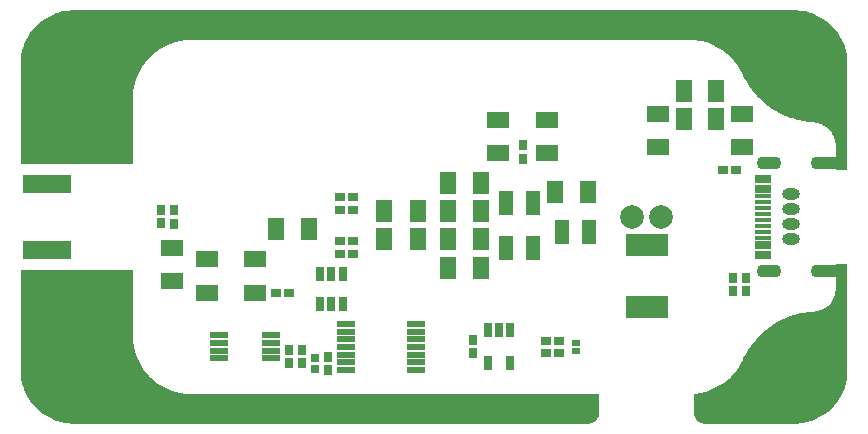
<source format=gbr>
%TF.GenerationSoftware,Altium Limited,Altium Designer,25.2.1 (25)*%
G04 Layer_Color=16711935*
%FSLAX45Y45*%
%MOMM*%
%TF.SameCoordinates,2968D444-F816-4350-AB46-43E4CE3DDFF8*%
%TF.FilePolarity,Negative*%
%TF.FileFunction,Soldermask,Bot*%
%TF.Part,Single*%
G01*
G75*
%TA.AperFunction,ComponentPad*%
%ADD39O,1.50000X1.00000*%
%TA.AperFunction,NonConductor*%
%ADD62R,2.10000X1.00000*%
%TA.AperFunction,SMDPad,CuDef*%
%ADD64R,0.70000X0.95000*%
%ADD65R,0.75000X0.90000*%
%ADD67R,0.90000X0.75000*%
%TA.AperFunction,ConnectorPad*%
%ADD82R,4.10000X1.60000*%
%TA.AperFunction,SMDPad,CuDef*%
%ADD86R,0.95000X0.70000*%
%ADD87R,1.40000X1.90000*%
%TA.AperFunction,ComponentPad*%
G04:AMPARAMS|DCode=88|XSize=2.1mm|YSize=1.1mm|CornerRadius=0.55mm|HoleSize=0mm|Usage=FLASHONLY|Rotation=180.000|XOffset=0mm|YOffset=0mm|HoleType=Round|Shape=RoundedRectangle|*
%AMROUNDEDRECTD88*
21,1,2.10000,0.00000,0,0,180.0*
21,1,1.00000,1.10000,0,0,180.0*
1,1,1.10000,-0.50000,0.00000*
1,1,1.10000,0.50000,0.00000*
1,1,1.10000,0.50000,0.00000*
1,1,1.10000,-0.50000,0.00000*
%
%ADD88ROUNDEDRECTD88*%
%ADD89C,2.00000*%
%TA.AperFunction,ViaPad*%
%ADD90C,7.10000*%
%TA.AperFunction,SMDPad,CuDef*%
%ADD91R,1.90000X1.40000*%
%ADD92R,1.35000X1.85000*%
%ADD93R,1.40000X0.70000*%
%ADD94R,1.40000X0.40000*%
%ADD95R,0.70000X1.20000*%
%ADD96R,1.55000X0.55000*%
%ADD97R,1.55000X0.55000*%
%ADD98R,0.74000X0.67000*%
%ADD99R,1.23000X2.12000*%
%ADD100R,3.60000X1.88000*%
%ADD101R,0.70000X0.50000*%
G36*
X3050000Y1750000D02*
X3058837D01*
X3076497Y1749306D01*
X3094116Y1747919D01*
X3111667Y1745842D01*
X3129124Y1743077D01*
X3146458Y1739629D01*
X3163643Y1735503D01*
X3180653Y1730706D01*
X3197462Y1725244D01*
X3214043Y1719127D01*
X3230371Y1712364D01*
X3246422Y1704965D01*
X3262169Y1696941D01*
X3277590Y1688305D01*
X3292659Y1679071D01*
X3307354Y1669251D01*
X3321652Y1658863D01*
X3335532Y1647922D01*
X3348971Y1636443D01*
X3361949Y1624446D01*
X3374446Y1611949D01*
X3386443Y1598971D01*
X3397922Y1585532D01*
X3408863Y1571652D01*
X3419251Y1557354D01*
X3429071Y1542659D01*
X3438305Y1527590D01*
X3446941Y1512169D01*
X3454965Y1496422D01*
X3462364Y1480371D01*
X3469127Y1464043D01*
X3475245Y1447462D01*
X3480706Y1430653D01*
X3485503Y1413643D01*
X3489629Y1396457D01*
X3493077Y1379123D01*
X3495842Y1361667D01*
X3497919Y1344116D01*
X3499306Y1326497D01*
X3500000Y1308837D01*
Y1300000D01*
X3500000D01*
Y400000D01*
X3400000D01*
X3400000Y601390D01*
X3399900Y607702D01*
X3399103Y620302D01*
X3397514Y632826D01*
X3395137Y645225D01*
X3391982Y657449D01*
X3388063Y669450D01*
X3383394Y681179D01*
X3377995Y692591D01*
X3371886Y703640D01*
X3365093Y714281D01*
X3357641Y724472D01*
X3349562Y734172D01*
X3340886Y743344D01*
X3331649Y751950D01*
X3321888Y759956D01*
X3311641Y767330D01*
X3300949Y774043D01*
X3289855Y780068D01*
X3278403Y785381D01*
X3266638Y789962D01*
X3254608Y793790D01*
X3242360Y796852D01*
X3229944Y799135D01*
X3217408Y800631D01*
X3211111Y801081D01*
Y801081D01*
X3200574Y801667D01*
X3179544Y803475D01*
X3158578Y805915D01*
X3137696Y808987D01*
X3116915Y812686D01*
X3096255Y817011D01*
X3075736Y821956D01*
X3055374Y827518D01*
X3035190Y833691D01*
X3015200Y840469D01*
X2995425Y847847D01*
X2975880Y855818D01*
X2956585Y864375D01*
X2937556Y873509D01*
X2918812Y883213D01*
X2900369Y893478D01*
X2882243Y904293D01*
X2864452Y915651D01*
X2847011Y927539D01*
X2829936Y939948D01*
X2813244Y952866D01*
X2796948Y966281D01*
X2781065Y980182D01*
X2765607Y994555D01*
X2750590Y1009387D01*
X2736027Y1024666D01*
X2721930Y1040376D01*
X2708314Y1056504D01*
X2695191Y1073036D01*
X2682571Y1089955D01*
X2670468Y1107248D01*
X2658891Y1124897D01*
X2647852Y1142887D01*
X2637360Y1161202D01*
X2627425Y1179825D01*
X2618056Y1198739D01*
X2613658Y1208333D01*
X2609872Y1216403D01*
X2601871Y1232334D01*
X2593307Y1247970D01*
X2584191Y1263291D01*
X2574534Y1278276D01*
X2564350Y1292909D01*
X2553650Y1307168D01*
X2542449Y1321037D01*
X2530761Y1334498D01*
X2518600Y1347534D01*
X2505982Y1360128D01*
X2492923Y1372264D01*
X2479440Y1383927D01*
X2465550Y1395102D01*
X2451270Y1405775D01*
X2436618Y1415932D01*
X2421614Y1425560D01*
X2406277Y1434646D01*
X2390625Y1443181D01*
X2374679Y1451152D01*
X2358458Y1458549D01*
X2341984Y1465364D01*
X2325278Y1471587D01*
X2308361Y1477210D01*
X2291254Y1482227D01*
X2273979Y1486630D01*
X2256558Y1490415D01*
X2239013Y1493577D01*
X2221366Y1496111D01*
X2203641Y1498014D01*
X2185858Y1499285D01*
X2168042Y1499920D01*
X2159129Y1500000D01*
X2159129Y1500000D01*
X-2050000Y1500000D01*
X-2059817Y1499903D01*
X-2079436Y1499132D01*
X-2099009Y1497592D01*
X-2118506Y1495284D01*
X-2137898Y1492213D01*
X-2157155Y1488383D01*
X-2176246Y1483799D01*
X-2195142Y1478470D01*
X-2213815Y1472403D01*
X-2232235Y1465607D01*
X-2250374Y1458094D01*
X-2268205Y1449874D01*
X-2285698Y1440960D01*
X-2302829Y1431367D01*
X-2319569Y1421108D01*
X-2335894Y1410200D01*
X-2351778Y1398660D01*
X-2367197Y1386505D01*
X-2382126Y1373754D01*
X-2396544Y1360427D01*
X-2410427Y1346543D01*
X-2423754Y1332126D01*
X-2436505Y1317197D01*
X-2448660Y1301778D01*
X-2460201Y1285894D01*
X-2471109Y1269569D01*
X-2481367Y1252829D01*
X-2490960Y1235698D01*
X-2499874Y1218204D01*
X-2508094Y1200374D01*
X-2515607Y1182235D01*
X-2522403Y1163815D01*
X-2528470Y1145142D01*
X-2533799Y1126246D01*
X-2538383Y1107155D01*
X-2542213Y1087898D01*
X-2545284Y1068506D01*
X-2547592Y1049009D01*
X-2549133Y1029435D01*
X-2549903Y1009817D01*
X-2550000Y1000000D01*
X-2550000D01*
Y450000D01*
X-3500000D01*
X-3500000Y1300000D01*
Y1308837D01*
X-3499306Y1326497D01*
X-3497919Y1344116D01*
X-3495842Y1361667D01*
X-3493077Y1379123D01*
X-3489629Y1396457D01*
X-3485504Y1413643D01*
X-3480706Y1430653D01*
X-3475245Y1447462D01*
X-3469127Y1464043D01*
X-3462364Y1480371D01*
X-3454965Y1496422D01*
X-3446941Y1512169D01*
X-3438305Y1527590D01*
X-3429071Y1542659D01*
X-3419252Y1557354D01*
X-3408863Y1571652D01*
X-3397922Y1585532D01*
X-3386444Y1598971D01*
X-3374447Y1611949D01*
X-3361950Y1624446D01*
X-3348971Y1636443D01*
X-3335532Y1647922D01*
X-3321652Y1658863D01*
X-3307354Y1669251D01*
X-3292659Y1679071D01*
X-3277590Y1688305D01*
X-3262169Y1696941D01*
X-3246422Y1704965D01*
X-3230372Y1712364D01*
X-3214043Y1719127D01*
X-3197462Y1725244D01*
X-3180653Y1730706D01*
X-3163643Y1735503D01*
X-3146458Y1739629D01*
X-3129124Y1743077D01*
X-3111668Y1745842D01*
X-3094116Y1747919D01*
X-3076497Y1749306D01*
X-3058837Y1750000D01*
X-3050000D01*
Y1750000D01*
X3050000Y1750000D01*
D02*
G37*
G36*
X3500000Y-1300000D02*
Y-1308837D01*
X3499306Y-1326497D01*
X3497919Y-1344116D01*
X3495842Y-1361668D01*
X3493077Y-1379124D01*
X3489629Y-1396458D01*
X3485504Y-1413643D01*
X3480706Y-1430653D01*
X3475245Y-1447462D01*
X3469127Y-1464044D01*
X3462364Y-1480372D01*
X3454965Y-1496422D01*
X3446941Y-1512169D01*
X3438305Y-1527590D01*
X3429071Y-1542659D01*
X3419252Y-1557354D01*
X3408863Y-1571653D01*
X3397922Y-1585532D01*
X3386444Y-1598971D01*
X3374447Y-1611950D01*
X3361949Y-1624447D01*
X3348971Y-1636444D01*
X3335532Y-1647922D01*
X3321652Y-1658864D01*
X3307354Y-1669252D01*
X3292659Y-1679071D01*
X3277590Y-1688305D01*
X3262169Y-1696941D01*
X3246422Y-1704965D01*
X3230372Y-1712364D01*
X3214043Y-1719128D01*
X3197462Y-1725245D01*
X3180653Y-1730706D01*
X3163643Y-1735504D01*
X3146458Y-1739629D01*
X3129124Y-1743078D01*
X3111667Y-1745842D01*
X3094116Y-1747920D01*
X3076497Y-1749306D01*
X3058837Y-1750000D01*
X2296071D01*
X2288237Y-1749384D01*
X2280476Y-1748154D01*
X2272835Y-1746320D01*
X2265361Y-1743892D01*
X2258102Y-1740885D01*
X2251100Y-1737317D01*
X2244400Y-1733211D01*
X2238043Y-1728592D01*
X2232067Y-1723489D01*
X2226511Y-1717933D01*
X2221408Y-1711957D01*
X2216789Y-1705600D01*
X2212683Y-1698900D01*
X2209115Y-1691898D01*
X2206108Y-1684638D01*
X2203680Y-1677165D01*
X2201845Y-1669524D01*
X2200616Y-1661763D01*
X2200000Y-1653929D01*
Y-1650000D01*
Y-1498327D01*
X2209417Y-1497465D01*
X2228195Y-1495207D01*
X2246874Y-1492241D01*
X2265427Y-1488570D01*
X2283828Y-1484200D01*
X2302051Y-1479138D01*
X2320070Y-1473390D01*
X2337858Y-1466965D01*
X2355390Y-1459871D01*
X2372641Y-1452120D01*
X2389588Y-1443722D01*
X2406204Y-1434689D01*
X2422467Y-1425033D01*
X2438353Y-1414770D01*
X2453839Y-1403913D01*
X2468904Y-1392479D01*
X2483525Y-1380483D01*
X2497683Y-1367942D01*
X2511356Y-1354875D01*
X2524525Y-1341300D01*
X2537171Y-1327237D01*
X2549276Y-1312706D01*
X2560823Y-1297727D01*
X2571796Y-1282322D01*
X2582178Y-1266514D01*
X2591954Y-1250324D01*
X2601112Y-1233775D01*
X2609637Y-1216893D01*
X2613658Y-1208333D01*
X2618056Y-1198740D01*
X2627425Y-1179826D01*
X2637360Y-1161203D01*
X2647852Y-1142888D01*
X2658891Y-1124897D01*
X2670468Y-1107248D01*
X2682571Y-1089956D01*
X2695191Y-1073036D01*
X2708314Y-1056505D01*
X2721930Y-1040376D01*
X2736026Y-1024666D01*
X2750590Y-1009387D01*
X2765607Y-994555D01*
X2781064Y-980182D01*
X2796948Y-966282D01*
X2813244Y-952866D01*
X2829936Y-939948D01*
X2847011Y-927539D01*
X2864452Y-915651D01*
X2882243Y-904294D01*
X2900369Y-893478D01*
X2918812Y-883213D01*
X2937556Y-873509D01*
X2956585Y-864375D01*
X2975880Y-855818D01*
X2995425Y-847848D01*
X3015200Y-840469D01*
X3035190Y-833691D01*
X3055374Y-827518D01*
X3075736Y-821956D01*
X3096255Y-817011D01*
X3116915Y-812687D01*
X3137696Y-808987D01*
X3158578Y-805915D01*
X3179544Y-803475D01*
X3200574Y-801667D01*
X3211111Y-801081D01*
X3217408Y-800631D01*
X3229944Y-799136D01*
X3242360Y-796852D01*
X3254608Y-793790D01*
X3266638Y-789962D01*
X3278403Y-785382D01*
X3289855Y-780069D01*
X3300949Y-774043D01*
X3311641Y-767330D01*
X3321888Y-759956D01*
X3331650Y-751950D01*
X3340886Y-743344D01*
X3349562Y-734173D01*
X3357641Y-724472D01*
X3365093Y-714281D01*
X3371886Y-703640D01*
X3377995Y-692591D01*
X3383395Y-681179D01*
X3388063Y-669450D01*
X3391983Y-657449D01*
X3395137Y-645225D01*
X3397514Y-632826D01*
X3399104Y-620302D01*
X3399900Y-607702D01*
X3400000Y-601390D01*
Y-400000D01*
X3500000D01*
Y-1300000D01*
D02*
G37*
G36*
X-2550000Y-1000000D02*
X-2549904Y-1009817D01*
X-2549133Y-1029436D01*
X-2547593Y-1049009D01*
X-2545285Y-1068506D01*
X-2542213Y-1087898D01*
X-2538383Y-1107155D01*
X-2533800Y-1126246D01*
X-2528470Y-1145142D01*
X-2522403Y-1163815D01*
X-2515608Y-1182235D01*
X-2508094Y-1200375D01*
X-2499874Y-1218205D01*
X-2490961Y-1235699D01*
X-2481367Y-1252829D01*
X-2471109Y-1269569D01*
X-2460201Y-1285894D01*
X-2448660Y-1301778D01*
X-2436505Y-1317197D01*
X-2423754Y-1332126D01*
X-2410427Y-1346544D01*
X-2396544Y-1360427D01*
X-2382126Y-1373754D01*
X-2367197Y-1386505D01*
X-2351778Y-1398660D01*
X-2335894Y-1410201D01*
X-2319569Y-1421109D01*
X-2302829Y-1431367D01*
X-2285699Y-1440961D01*
X-2268205Y-1449874D01*
X-2250374Y-1458094D01*
X-2232235Y-1465608D01*
X-2213815Y-1472403D01*
X-2195142Y-1478470D01*
X-2176246Y-1483800D01*
X-2157155Y-1488383D01*
X-2137898Y-1492213D01*
X-2118506Y-1495285D01*
X-2099009Y-1497593D01*
X-2079436Y-1499133D01*
X-2059817Y-1499904D01*
X-2050000Y-1500000D01*
X1400000D01*
Y-1650000D01*
Y-1653929D01*
X1399383Y-1661763D01*
X1398154Y-1669524D01*
X1396320Y-1677165D01*
X1393891Y-1684638D01*
X1390884Y-1691898D01*
X1387317Y-1698900D01*
X1383211Y-1705600D01*
X1378592Y-1711957D01*
X1373489Y-1717933D01*
X1367932Y-1723489D01*
X1361957Y-1728592D01*
X1355600Y-1733211D01*
X1348900Y-1737317D01*
X1341898Y-1740885D01*
X1334638Y-1743892D01*
X1327165Y-1746320D01*
X1319524Y-1748154D01*
X1311763Y-1749384D01*
X1303929Y-1750000D01*
X-3058837D01*
X-3076497Y-1749306D01*
X-3094116Y-1747920D01*
X-3111668Y-1745842D01*
X-3129124Y-1743078D01*
X-3146458Y-1739629D01*
X-3163643Y-1735504D01*
X-3180654Y-1730706D01*
X-3197462Y-1725245D01*
X-3214044Y-1719128D01*
X-3230372Y-1712364D01*
X-3246422Y-1704965D01*
X-3262169Y-1696941D01*
X-3277590Y-1688305D01*
X-3292659Y-1679071D01*
X-3307354Y-1669252D01*
X-3321653Y-1658864D01*
X-3335532Y-1647922D01*
X-3348971Y-1636444D01*
X-3361950Y-1624447D01*
X-3374447Y-1611950D01*
X-3386444Y-1598971D01*
X-3397922Y-1585532D01*
X-3408864Y-1571653D01*
X-3419252Y-1557354D01*
X-3429071Y-1542659D01*
X-3438306Y-1527590D01*
X-3446941Y-1512169D01*
X-3454965Y-1496422D01*
X-3462364Y-1480372D01*
X-3469128Y-1464044D01*
X-3475245Y-1447462D01*
X-3480707Y-1430653D01*
X-3485504Y-1413643D01*
X-3489630Y-1396458D01*
X-3493078Y-1379124D01*
X-3495842Y-1361668D01*
X-3497920Y-1344116D01*
X-3499306Y-1326497D01*
X-3500000Y-1308837D01*
Y-1300000D01*
Y-450000D01*
X-2550000D01*
Y-1000000D01*
D02*
G37*
D39*
X3023000Y190500D02*
D03*
Y63500D02*
D03*
Y-190500D02*
D03*
Y-63500D02*
D03*
D62*
X3395000Y461000D02*
D03*
Y-461000D02*
D03*
D64*
X-2200000Y57500D02*
D03*
Y-57500D02*
D03*
X-1230000Y-1237500D02*
D03*
Y-1122500D02*
D03*
X-900000Y-1297500D02*
D03*
Y-1182500D02*
D03*
X750000Y607500D02*
D03*
Y492500D02*
D03*
D65*
X-2310000Y55000D02*
D03*
Y-55000D02*
D03*
X-1120000Y-1235000D02*
D03*
Y-1125000D02*
D03*
X2530000Y-515000D02*
D03*
Y-625000D02*
D03*
X2640000Y-515000D02*
D03*
Y-625000D02*
D03*
X330000Y-1155000D02*
D03*
Y-1045000D02*
D03*
D67*
X2555000Y400000D02*
D03*
X2445000D02*
D03*
X-1225000Y-640000D02*
D03*
X-1335000D02*
D03*
X945001Y-1050000D02*
D03*
X1055001D02*
D03*
X945001Y-1150000D02*
D03*
X1055001D02*
D03*
X-685000Y60000D02*
D03*
X-795000D02*
D03*
X-685000Y-200000D02*
D03*
X-795000D02*
D03*
D82*
X-3275000Y277000D02*
D03*
Y-277000D02*
D03*
D86*
X-682500Y-310000D02*
D03*
X-797500D02*
D03*
X-682500Y170000D02*
D03*
X-797500D02*
D03*
D87*
X-1340000Y-100000D02*
D03*
X-1060000D02*
D03*
X120000Y50000D02*
D03*
X400000D02*
D03*
X120000Y290000D02*
D03*
X400000D02*
D03*
X-420000Y-190000D02*
D03*
X-140000D02*
D03*
X-420000Y50000D02*
D03*
X-140000D02*
D03*
X400000Y-430000D02*
D03*
X120000D02*
D03*
X400000Y-190000D02*
D03*
X120000D02*
D03*
X1300000Y210000D02*
D03*
X1020000D02*
D03*
D88*
X3290000Y461000D02*
D03*
X2840000D02*
D03*
Y-461000D02*
D03*
X3290000D02*
D03*
D89*
X1925000Y-0D02*
D03*
X1675000D02*
D03*
D90*
X3050000Y1300000D02*
D03*
Y-1300000D02*
D03*
X-3050000D02*
D03*
Y1300000D02*
D03*
D91*
X2605000Y870000D02*
D03*
Y590000D02*
D03*
X1895000D02*
D03*
Y870000D02*
D03*
X-1520000Y-640000D02*
D03*
Y-360000D02*
D03*
X-1920000Y-640000D02*
D03*
Y-360000D02*
D03*
X-2220000Y-260000D02*
D03*
Y-540000D02*
D03*
X960000Y540000D02*
D03*
Y820000D02*
D03*
X540000D02*
D03*
Y540000D02*
D03*
D92*
X2387500Y830000D02*
D03*
X2112500D02*
D03*
X2387500Y1070000D02*
D03*
X2112500D02*
D03*
D93*
X2784000Y320000D02*
D03*
Y240000D02*
D03*
Y-240000D02*
D03*
Y-320000D02*
D03*
D94*
Y175000D02*
D03*
Y-175000D02*
D03*
Y125000D02*
D03*
Y-125000D02*
D03*
Y75000D02*
D03*
Y-75000D02*
D03*
Y25000D02*
D03*
Y-25000D02*
D03*
D95*
X-965000Y-740000D02*
D03*
X-870000D02*
D03*
X-775000D02*
D03*
Y-480000D02*
D03*
X-870000D02*
D03*
X-965000D02*
D03*
X455000Y-960000D02*
D03*
X550000D02*
D03*
X645000D02*
D03*
Y-1240000D02*
D03*
X455000D02*
D03*
D96*
X-1380000Y-1197500D02*
D03*
Y-1132500D02*
D03*
Y-1067500D02*
D03*
Y-1002500D02*
D03*
X-1819999D02*
D03*
Y-1067500D02*
D03*
Y-1132500D02*
D03*
Y-1197500D02*
D03*
D97*
X-745000Y-1295000D02*
D03*
Y-1100000D02*
D03*
Y-1165000D02*
D03*
Y-1230000D02*
D03*
Y-905000D02*
D03*
X-155000D02*
D03*
Y-970000D02*
D03*
Y-1035000D02*
D03*
Y-1100000D02*
D03*
Y-1165000D02*
D03*
Y-1230000D02*
D03*
Y-1295000D02*
D03*
X-745000Y-970000D02*
D03*
Y-1035000D02*
D03*
D98*
X-1010000Y-1289000D02*
D03*
Y-1191000D02*
D03*
D99*
X833500Y120000D02*
D03*
X606500D02*
D03*
X833500Y-260000D02*
D03*
X606500D02*
D03*
X1313500Y-130000D02*
D03*
X1086500D02*
D03*
D100*
X1800000Y-761500D02*
D03*
Y-238500D02*
D03*
D101*
X1200001Y-1135000D02*
D03*
Y-1065000D02*
D03*
%TF.MD5,5b06a73ab9eb68cc5962248e51515206*%
M02*

</source>
